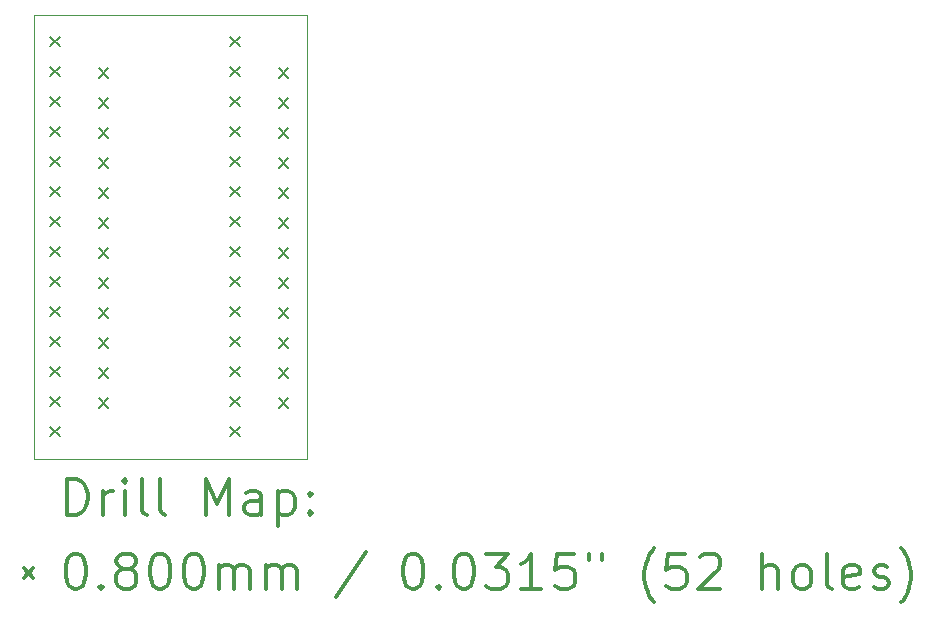
<source format=gbr>
%FSLAX45Y45*%
G04 Gerber Fmt 4.5, Leading zero omitted, Abs format (unit mm)*
G04 Created by KiCad (PCBNEW 5.1.12-84ad8e8a86~92~ubuntu20.04.1) date 2022-05-17 18:42:12*
%MOMM*%
%LPD*%
G01*
G04 APERTURE LIST*
%TA.AperFunction,Profile*%
%ADD10C,0.050000*%
%TD*%
%ADD11C,0.200000*%
%ADD12C,0.300000*%
G04 APERTURE END LIST*
D10*
X12776200Y-10896600D02*
X12776200Y-7137400D01*
X15087600Y-10896600D02*
X12776200Y-10896600D01*
X15087600Y-7137400D02*
X15087600Y-10896600D01*
X12776200Y-7137400D02*
X15087600Y-7137400D01*
D11*
X12914000Y-7319650D02*
X12994000Y-7399650D01*
X12994000Y-7319650D02*
X12914000Y-7399650D01*
X12914000Y-7573650D02*
X12994000Y-7653650D01*
X12994000Y-7573650D02*
X12914000Y-7653650D01*
X12914000Y-7827650D02*
X12994000Y-7907650D01*
X12994000Y-7827650D02*
X12914000Y-7907650D01*
X12914000Y-8081650D02*
X12994000Y-8161650D01*
X12994000Y-8081650D02*
X12914000Y-8161650D01*
X12914000Y-8335650D02*
X12994000Y-8415650D01*
X12994000Y-8335650D02*
X12914000Y-8415650D01*
X12914000Y-8589650D02*
X12994000Y-8669650D01*
X12994000Y-8589650D02*
X12914000Y-8669650D01*
X12914000Y-8843650D02*
X12994000Y-8923650D01*
X12994000Y-8843650D02*
X12914000Y-8923650D01*
X12914000Y-9097650D02*
X12994000Y-9177650D01*
X12994000Y-9097650D02*
X12914000Y-9177650D01*
X12914000Y-9351650D02*
X12994000Y-9431650D01*
X12994000Y-9351650D02*
X12914000Y-9431650D01*
X12914000Y-9605650D02*
X12994000Y-9685650D01*
X12994000Y-9605650D02*
X12914000Y-9685650D01*
X12914000Y-9859650D02*
X12994000Y-9939650D01*
X12994000Y-9859650D02*
X12914000Y-9939650D01*
X12914000Y-10113650D02*
X12994000Y-10193650D01*
X12994000Y-10113650D02*
X12914000Y-10193650D01*
X12914000Y-10367650D02*
X12994000Y-10447650D01*
X12994000Y-10367650D02*
X12914000Y-10447650D01*
X12914000Y-10621650D02*
X12994000Y-10701650D01*
X12994000Y-10621650D02*
X12914000Y-10701650D01*
X13326750Y-7586350D02*
X13406750Y-7666350D01*
X13406750Y-7586350D02*
X13326750Y-7666350D01*
X13326750Y-7840350D02*
X13406750Y-7920350D01*
X13406750Y-7840350D02*
X13326750Y-7920350D01*
X13326750Y-8094350D02*
X13406750Y-8174350D01*
X13406750Y-8094350D02*
X13326750Y-8174350D01*
X13326750Y-8348350D02*
X13406750Y-8428350D01*
X13406750Y-8348350D02*
X13326750Y-8428350D01*
X13326750Y-8602350D02*
X13406750Y-8682350D01*
X13406750Y-8602350D02*
X13326750Y-8682350D01*
X13326750Y-8856350D02*
X13406750Y-8936350D01*
X13406750Y-8856350D02*
X13326750Y-8936350D01*
X13326750Y-9110350D02*
X13406750Y-9190350D01*
X13406750Y-9110350D02*
X13326750Y-9190350D01*
X13326750Y-9364350D02*
X13406750Y-9444350D01*
X13406750Y-9364350D02*
X13326750Y-9444350D01*
X13326750Y-9618350D02*
X13406750Y-9698350D01*
X13406750Y-9618350D02*
X13326750Y-9698350D01*
X13326750Y-9872350D02*
X13406750Y-9952350D01*
X13406750Y-9872350D02*
X13326750Y-9952350D01*
X13326750Y-10126350D02*
X13406750Y-10206350D01*
X13406750Y-10126350D02*
X13326750Y-10206350D01*
X13326750Y-10380350D02*
X13406750Y-10460350D01*
X13406750Y-10380350D02*
X13326750Y-10460350D01*
X14438000Y-7319650D02*
X14518000Y-7399650D01*
X14518000Y-7319650D02*
X14438000Y-7399650D01*
X14438000Y-7573650D02*
X14518000Y-7653650D01*
X14518000Y-7573650D02*
X14438000Y-7653650D01*
X14438000Y-7827650D02*
X14518000Y-7907650D01*
X14518000Y-7827650D02*
X14438000Y-7907650D01*
X14438000Y-8081650D02*
X14518000Y-8161650D01*
X14518000Y-8081650D02*
X14438000Y-8161650D01*
X14438000Y-8335650D02*
X14518000Y-8415650D01*
X14518000Y-8335650D02*
X14438000Y-8415650D01*
X14438000Y-8589650D02*
X14518000Y-8669650D01*
X14518000Y-8589650D02*
X14438000Y-8669650D01*
X14438000Y-8843650D02*
X14518000Y-8923650D01*
X14518000Y-8843650D02*
X14438000Y-8923650D01*
X14438000Y-9097650D02*
X14518000Y-9177650D01*
X14518000Y-9097650D02*
X14438000Y-9177650D01*
X14438000Y-9351650D02*
X14518000Y-9431650D01*
X14518000Y-9351650D02*
X14438000Y-9431650D01*
X14438000Y-9605650D02*
X14518000Y-9685650D01*
X14518000Y-9605650D02*
X14438000Y-9685650D01*
X14438000Y-9859650D02*
X14518000Y-9939650D01*
X14518000Y-9859650D02*
X14438000Y-9939650D01*
X14438000Y-10113650D02*
X14518000Y-10193650D01*
X14518000Y-10113650D02*
X14438000Y-10193650D01*
X14438000Y-10367650D02*
X14518000Y-10447650D01*
X14518000Y-10367650D02*
X14438000Y-10447650D01*
X14438000Y-10621650D02*
X14518000Y-10701650D01*
X14518000Y-10621650D02*
X14438000Y-10701650D01*
X14850750Y-7586350D02*
X14930750Y-7666350D01*
X14930750Y-7586350D02*
X14850750Y-7666350D01*
X14850750Y-7840350D02*
X14930750Y-7920350D01*
X14930750Y-7840350D02*
X14850750Y-7920350D01*
X14850750Y-8094350D02*
X14930750Y-8174350D01*
X14930750Y-8094350D02*
X14850750Y-8174350D01*
X14850750Y-8348350D02*
X14930750Y-8428350D01*
X14930750Y-8348350D02*
X14850750Y-8428350D01*
X14850750Y-8602350D02*
X14930750Y-8682350D01*
X14930750Y-8602350D02*
X14850750Y-8682350D01*
X14850750Y-8856350D02*
X14930750Y-8936350D01*
X14930750Y-8856350D02*
X14850750Y-8936350D01*
X14850750Y-9110350D02*
X14930750Y-9190350D01*
X14930750Y-9110350D02*
X14850750Y-9190350D01*
X14850750Y-9364350D02*
X14930750Y-9444350D01*
X14930750Y-9364350D02*
X14850750Y-9444350D01*
X14850750Y-9618350D02*
X14930750Y-9698350D01*
X14930750Y-9618350D02*
X14850750Y-9698350D01*
X14850750Y-9872350D02*
X14930750Y-9952350D01*
X14930750Y-9872350D02*
X14850750Y-9952350D01*
X14850750Y-10126350D02*
X14930750Y-10206350D01*
X14930750Y-10126350D02*
X14850750Y-10206350D01*
X14850750Y-10380350D02*
X14930750Y-10460350D01*
X14930750Y-10380350D02*
X14850750Y-10460350D01*
D12*
X13060128Y-11364814D02*
X13060128Y-11064814D01*
X13131557Y-11064814D01*
X13174414Y-11079100D01*
X13202986Y-11107672D01*
X13217271Y-11136243D01*
X13231557Y-11193386D01*
X13231557Y-11236243D01*
X13217271Y-11293386D01*
X13202986Y-11321957D01*
X13174414Y-11350529D01*
X13131557Y-11364814D01*
X13060128Y-11364814D01*
X13360128Y-11364814D02*
X13360128Y-11164814D01*
X13360128Y-11221957D02*
X13374414Y-11193386D01*
X13388700Y-11179100D01*
X13417271Y-11164814D01*
X13445843Y-11164814D01*
X13545843Y-11364814D02*
X13545843Y-11164814D01*
X13545843Y-11064814D02*
X13531557Y-11079100D01*
X13545843Y-11093386D01*
X13560128Y-11079100D01*
X13545843Y-11064814D01*
X13545843Y-11093386D01*
X13731557Y-11364814D02*
X13702986Y-11350529D01*
X13688700Y-11321957D01*
X13688700Y-11064814D01*
X13888700Y-11364814D02*
X13860128Y-11350529D01*
X13845843Y-11321957D01*
X13845843Y-11064814D01*
X14231557Y-11364814D02*
X14231557Y-11064814D01*
X14331557Y-11279100D01*
X14431557Y-11064814D01*
X14431557Y-11364814D01*
X14702986Y-11364814D02*
X14702986Y-11207671D01*
X14688700Y-11179100D01*
X14660128Y-11164814D01*
X14602986Y-11164814D01*
X14574414Y-11179100D01*
X14702986Y-11350529D02*
X14674414Y-11364814D01*
X14602986Y-11364814D01*
X14574414Y-11350529D01*
X14560128Y-11321957D01*
X14560128Y-11293386D01*
X14574414Y-11264814D01*
X14602986Y-11250529D01*
X14674414Y-11250529D01*
X14702986Y-11236243D01*
X14845843Y-11164814D02*
X14845843Y-11464814D01*
X14845843Y-11179100D02*
X14874414Y-11164814D01*
X14931557Y-11164814D01*
X14960128Y-11179100D01*
X14974414Y-11193386D01*
X14988700Y-11221957D01*
X14988700Y-11307671D01*
X14974414Y-11336243D01*
X14960128Y-11350529D01*
X14931557Y-11364814D01*
X14874414Y-11364814D01*
X14845843Y-11350529D01*
X15117271Y-11336243D02*
X15131557Y-11350529D01*
X15117271Y-11364814D01*
X15102986Y-11350529D01*
X15117271Y-11336243D01*
X15117271Y-11364814D01*
X15117271Y-11179100D02*
X15131557Y-11193386D01*
X15117271Y-11207671D01*
X15102986Y-11193386D01*
X15117271Y-11179100D01*
X15117271Y-11207671D01*
X12693700Y-11819100D02*
X12773700Y-11899100D01*
X12773700Y-11819100D02*
X12693700Y-11899100D01*
X13117271Y-11694814D02*
X13145843Y-11694814D01*
X13174414Y-11709100D01*
X13188700Y-11723386D01*
X13202986Y-11751957D01*
X13217271Y-11809100D01*
X13217271Y-11880529D01*
X13202986Y-11937671D01*
X13188700Y-11966243D01*
X13174414Y-11980529D01*
X13145843Y-11994814D01*
X13117271Y-11994814D01*
X13088700Y-11980529D01*
X13074414Y-11966243D01*
X13060128Y-11937671D01*
X13045843Y-11880529D01*
X13045843Y-11809100D01*
X13060128Y-11751957D01*
X13074414Y-11723386D01*
X13088700Y-11709100D01*
X13117271Y-11694814D01*
X13345843Y-11966243D02*
X13360128Y-11980529D01*
X13345843Y-11994814D01*
X13331557Y-11980529D01*
X13345843Y-11966243D01*
X13345843Y-11994814D01*
X13531557Y-11823386D02*
X13502986Y-11809100D01*
X13488700Y-11794814D01*
X13474414Y-11766243D01*
X13474414Y-11751957D01*
X13488700Y-11723386D01*
X13502986Y-11709100D01*
X13531557Y-11694814D01*
X13588700Y-11694814D01*
X13617271Y-11709100D01*
X13631557Y-11723386D01*
X13645843Y-11751957D01*
X13645843Y-11766243D01*
X13631557Y-11794814D01*
X13617271Y-11809100D01*
X13588700Y-11823386D01*
X13531557Y-11823386D01*
X13502986Y-11837671D01*
X13488700Y-11851957D01*
X13474414Y-11880529D01*
X13474414Y-11937671D01*
X13488700Y-11966243D01*
X13502986Y-11980529D01*
X13531557Y-11994814D01*
X13588700Y-11994814D01*
X13617271Y-11980529D01*
X13631557Y-11966243D01*
X13645843Y-11937671D01*
X13645843Y-11880529D01*
X13631557Y-11851957D01*
X13617271Y-11837671D01*
X13588700Y-11823386D01*
X13831557Y-11694814D02*
X13860128Y-11694814D01*
X13888700Y-11709100D01*
X13902986Y-11723386D01*
X13917271Y-11751957D01*
X13931557Y-11809100D01*
X13931557Y-11880529D01*
X13917271Y-11937671D01*
X13902986Y-11966243D01*
X13888700Y-11980529D01*
X13860128Y-11994814D01*
X13831557Y-11994814D01*
X13802986Y-11980529D01*
X13788700Y-11966243D01*
X13774414Y-11937671D01*
X13760128Y-11880529D01*
X13760128Y-11809100D01*
X13774414Y-11751957D01*
X13788700Y-11723386D01*
X13802986Y-11709100D01*
X13831557Y-11694814D01*
X14117271Y-11694814D02*
X14145843Y-11694814D01*
X14174414Y-11709100D01*
X14188700Y-11723386D01*
X14202986Y-11751957D01*
X14217271Y-11809100D01*
X14217271Y-11880529D01*
X14202986Y-11937671D01*
X14188700Y-11966243D01*
X14174414Y-11980529D01*
X14145843Y-11994814D01*
X14117271Y-11994814D01*
X14088700Y-11980529D01*
X14074414Y-11966243D01*
X14060128Y-11937671D01*
X14045843Y-11880529D01*
X14045843Y-11809100D01*
X14060128Y-11751957D01*
X14074414Y-11723386D01*
X14088700Y-11709100D01*
X14117271Y-11694814D01*
X14345843Y-11994814D02*
X14345843Y-11794814D01*
X14345843Y-11823386D02*
X14360128Y-11809100D01*
X14388700Y-11794814D01*
X14431557Y-11794814D01*
X14460128Y-11809100D01*
X14474414Y-11837671D01*
X14474414Y-11994814D01*
X14474414Y-11837671D02*
X14488700Y-11809100D01*
X14517271Y-11794814D01*
X14560128Y-11794814D01*
X14588700Y-11809100D01*
X14602986Y-11837671D01*
X14602986Y-11994814D01*
X14745843Y-11994814D02*
X14745843Y-11794814D01*
X14745843Y-11823386D02*
X14760128Y-11809100D01*
X14788700Y-11794814D01*
X14831557Y-11794814D01*
X14860128Y-11809100D01*
X14874414Y-11837671D01*
X14874414Y-11994814D01*
X14874414Y-11837671D02*
X14888700Y-11809100D01*
X14917271Y-11794814D01*
X14960128Y-11794814D01*
X14988700Y-11809100D01*
X15002986Y-11837671D01*
X15002986Y-11994814D01*
X15588700Y-11680529D02*
X15331557Y-12066243D01*
X15974414Y-11694814D02*
X16002986Y-11694814D01*
X16031557Y-11709100D01*
X16045843Y-11723386D01*
X16060128Y-11751957D01*
X16074414Y-11809100D01*
X16074414Y-11880529D01*
X16060128Y-11937671D01*
X16045843Y-11966243D01*
X16031557Y-11980529D01*
X16002986Y-11994814D01*
X15974414Y-11994814D01*
X15945843Y-11980529D01*
X15931557Y-11966243D01*
X15917271Y-11937671D01*
X15902986Y-11880529D01*
X15902986Y-11809100D01*
X15917271Y-11751957D01*
X15931557Y-11723386D01*
X15945843Y-11709100D01*
X15974414Y-11694814D01*
X16202986Y-11966243D02*
X16217271Y-11980529D01*
X16202986Y-11994814D01*
X16188700Y-11980529D01*
X16202986Y-11966243D01*
X16202986Y-11994814D01*
X16402986Y-11694814D02*
X16431557Y-11694814D01*
X16460128Y-11709100D01*
X16474414Y-11723386D01*
X16488700Y-11751957D01*
X16502986Y-11809100D01*
X16502986Y-11880529D01*
X16488700Y-11937671D01*
X16474414Y-11966243D01*
X16460128Y-11980529D01*
X16431557Y-11994814D01*
X16402986Y-11994814D01*
X16374414Y-11980529D01*
X16360128Y-11966243D01*
X16345843Y-11937671D01*
X16331557Y-11880529D01*
X16331557Y-11809100D01*
X16345843Y-11751957D01*
X16360128Y-11723386D01*
X16374414Y-11709100D01*
X16402986Y-11694814D01*
X16602986Y-11694814D02*
X16788700Y-11694814D01*
X16688700Y-11809100D01*
X16731557Y-11809100D01*
X16760128Y-11823386D01*
X16774414Y-11837671D01*
X16788700Y-11866243D01*
X16788700Y-11937671D01*
X16774414Y-11966243D01*
X16760128Y-11980529D01*
X16731557Y-11994814D01*
X16645843Y-11994814D01*
X16617271Y-11980529D01*
X16602986Y-11966243D01*
X17074414Y-11994814D02*
X16902986Y-11994814D01*
X16988700Y-11994814D02*
X16988700Y-11694814D01*
X16960128Y-11737671D01*
X16931557Y-11766243D01*
X16902986Y-11780529D01*
X17345843Y-11694814D02*
X17202986Y-11694814D01*
X17188700Y-11837671D01*
X17202986Y-11823386D01*
X17231557Y-11809100D01*
X17302986Y-11809100D01*
X17331557Y-11823386D01*
X17345843Y-11837671D01*
X17360128Y-11866243D01*
X17360128Y-11937671D01*
X17345843Y-11966243D01*
X17331557Y-11980529D01*
X17302986Y-11994814D01*
X17231557Y-11994814D01*
X17202986Y-11980529D01*
X17188700Y-11966243D01*
X17474414Y-11694814D02*
X17474414Y-11751957D01*
X17588700Y-11694814D02*
X17588700Y-11751957D01*
X18031557Y-12109100D02*
X18017271Y-12094814D01*
X17988700Y-12051957D01*
X17974414Y-12023386D01*
X17960128Y-11980529D01*
X17945843Y-11909100D01*
X17945843Y-11851957D01*
X17960128Y-11780529D01*
X17974414Y-11737671D01*
X17988700Y-11709100D01*
X18017271Y-11666243D01*
X18031557Y-11651957D01*
X18288700Y-11694814D02*
X18145843Y-11694814D01*
X18131557Y-11837671D01*
X18145843Y-11823386D01*
X18174414Y-11809100D01*
X18245843Y-11809100D01*
X18274414Y-11823386D01*
X18288700Y-11837671D01*
X18302986Y-11866243D01*
X18302986Y-11937671D01*
X18288700Y-11966243D01*
X18274414Y-11980529D01*
X18245843Y-11994814D01*
X18174414Y-11994814D01*
X18145843Y-11980529D01*
X18131557Y-11966243D01*
X18417271Y-11723386D02*
X18431557Y-11709100D01*
X18460128Y-11694814D01*
X18531557Y-11694814D01*
X18560128Y-11709100D01*
X18574414Y-11723386D01*
X18588700Y-11751957D01*
X18588700Y-11780529D01*
X18574414Y-11823386D01*
X18402986Y-11994814D01*
X18588700Y-11994814D01*
X18945843Y-11994814D02*
X18945843Y-11694814D01*
X19074414Y-11994814D02*
X19074414Y-11837671D01*
X19060128Y-11809100D01*
X19031557Y-11794814D01*
X18988700Y-11794814D01*
X18960128Y-11809100D01*
X18945843Y-11823386D01*
X19260128Y-11994814D02*
X19231557Y-11980529D01*
X19217271Y-11966243D01*
X19202986Y-11937671D01*
X19202986Y-11851957D01*
X19217271Y-11823386D01*
X19231557Y-11809100D01*
X19260128Y-11794814D01*
X19302986Y-11794814D01*
X19331557Y-11809100D01*
X19345843Y-11823386D01*
X19360128Y-11851957D01*
X19360128Y-11937671D01*
X19345843Y-11966243D01*
X19331557Y-11980529D01*
X19302986Y-11994814D01*
X19260128Y-11994814D01*
X19531557Y-11994814D02*
X19502986Y-11980529D01*
X19488700Y-11951957D01*
X19488700Y-11694814D01*
X19760128Y-11980529D02*
X19731557Y-11994814D01*
X19674414Y-11994814D01*
X19645843Y-11980529D01*
X19631557Y-11951957D01*
X19631557Y-11837671D01*
X19645843Y-11809100D01*
X19674414Y-11794814D01*
X19731557Y-11794814D01*
X19760128Y-11809100D01*
X19774414Y-11837671D01*
X19774414Y-11866243D01*
X19631557Y-11894814D01*
X19888700Y-11980529D02*
X19917271Y-11994814D01*
X19974414Y-11994814D01*
X20002986Y-11980529D01*
X20017271Y-11951957D01*
X20017271Y-11937671D01*
X20002986Y-11909100D01*
X19974414Y-11894814D01*
X19931557Y-11894814D01*
X19902986Y-11880529D01*
X19888700Y-11851957D01*
X19888700Y-11837671D01*
X19902986Y-11809100D01*
X19931557Y-11794814D01*
X19974414Y-11794814D01*
X20002986Y-11809100D01*
X20117271Y-12109100D02*
X20131557Y-12094814D01*
X20160128Y-12051957D01*
X20174414Y-12023386D01*
X20188700Y-11980529D01*
X20202986Y-11909100D01*
X20202986Y-11851957D01*
X20188700Y-11780529D01*
X20174414Y-11737671D01*
X20160128Y-11709100D01*
X20131557Y-11666243D01*
X20117271Y-11651957D01*
M02*

</source>
